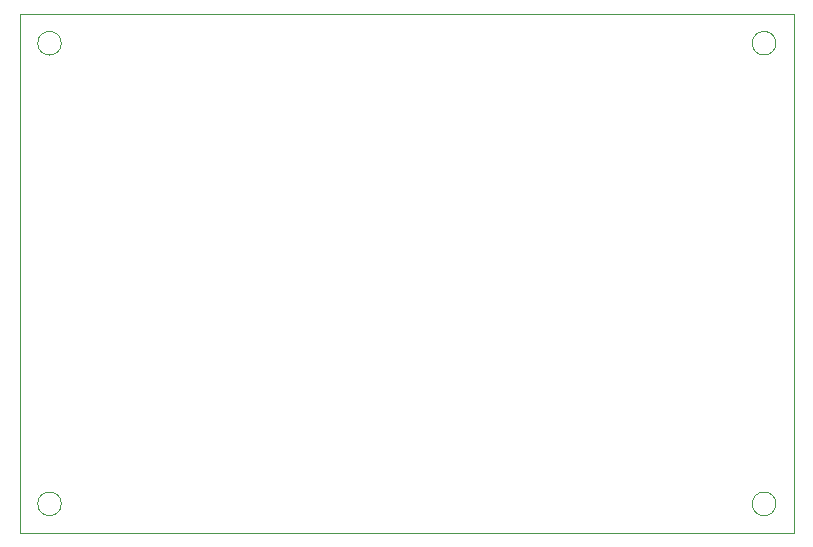
<source format=gm1>
%TF.GenerationSoftware,KiCad,Pcbnew,7.0.10*%
%TF.CreationDate,2024-04-30T20:07:41-04:00*%
%TF.ProjectId,FutekCircuit,46757465-6b43-4697-9263-7569742e6b69,rev?*%
%TF.SameCoordinates,Original*%
%TF.FileFunction,Profile,NP*%
%FSLAX46Y46*%
G04 Gerber Fmt 4.6, Leading zero omitted, Abs format (unit mm)*
G04 Created by KiCad (PCBNEW 7.0.10) date 2024-04-30 20:07:41*
%MOMM*%
%LPD*%
G01*
G04 APERTURE LIST*
%TA.AperFunction,Profile*%
%ADD10C,0.100000*%
%TD*%
G04 APERTURE END LIST*
D10*
X221000000Y-113500000D02*
G75*
G03*
X219000000Y-113500000I-1000000J0D01*
G01*
X219000000Y-113500000D02*
G75*
G03*
X221000000Y-113500000I1000000J0D01*
G01*
X222500000Y-116000000D02*
X157000000Y-116000000D01*
X160500000Y-74500000D02*
G75*
G03*
X158500000Y-74500000I-1000000J0D01*
G01*
X158500000Y-74500000D02*
G75*
G03*
X160500000Y-74500000I1000000J0D01*
G01*
X160500000Y-113500000D02*
G75*
G03*
X158500000Y-113500000I-1000000J0D01*
G01*
X158500000Y-113500000D02*
G75*
G03*
X160500000Y-113500000I1000000J0D01*
G01*
X222500000Y-116000000D02*
X222500000Y-72000000D01*
X221000000Y-74500000D02*
G75*
G03*
X219000000Y-74500000I-1000000J0D01*
G01*
X219000000Y-74500000D02*
G75*
G03*
X221000000Y-74500000I1000000J0D01*
G01*
X157000000Y-72000000D02*
X222500000Y-72000000D01*
X157000000Y-116000000D02*
X157000000Y-72000000D01*
M02*

</source>
